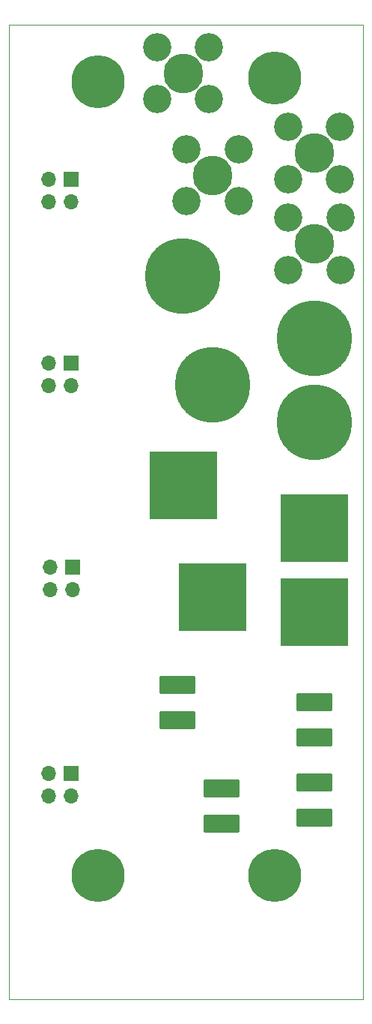
<source format=gbr>
%TF.GenerationSoftware,KiCad,Pcbnew,(6.0.11-0)*%
%TF.CreationDate,2024-06-01T13:31:22-07:00*%
%TF.ProjectId,SC_SQUID_biasBoard,53435f53-5155-4494-945f-62696173426f,v3D.0*%
%TF.SameCoordinates,Original*%
%TF.FileFunction,Soldermask,Bot*%
%TF.FilePolarity,Negative*%
%FSLAX46Y46*%
G04 Gerber Fmt 4.6, Leading zero omitted, Abs format (unit mm)*
G04 Created by KiCad (PCBNEW (6.0.11-0)) date 2024-06-01 13:31:22*
%MOMM*%
%LPD*%
G01*
G04 APERTURE LIST*
G04 Aperture macros list*
%AMRoundRect*
0 Rectangle with rounded corners*
0 $1 Rounding radius*
0 $2 $3 $4 $5 $6 $7 $8 $9 X,Y pos of 4 corners*
0 Add a 4 corners polygon primitive as box body*
4,1,4,$2,$3,$4,$5,$6,$7,$8,$9,$2,$3,0*
0 Add four circle primitives for the rounded corners*
1,1,$1+$1,$2,$3*
1,1,$1+$1,$4,$5*
1,1,$1+$1,$6,$7*
1,1,$1+$1,$8,$9*
0 Add four rect primitives between the rounded corners*
20,1,$1+$1,$2,$3,$4,$5,0*
20,1,$1+$1,$4,$5,$6,$7,0*
20,1,$1+$1,$6,$7,$8,$9,0*
20,1,$1+$1,$8,$9,$2,$3,0*%
G04 Aperture macros list end*
%TA.AperFunction,Profile*%
%ADD10C,0.100000*%
%TD*%
%ADD11RoundRect,0.100000X-1.900000X-0.900000X1.900000X-0.900000X1.900000X0.900000X-1.900000X0.900000X0*%
%ADD12C,8.500000*%
%ADD13C,4.500000*%
%ADD14C,3.200000*%
%ADD15R,2.540000X2.540000*%
%ADD16R,1.700000X1.700000*%
%ADD17O,1.700000X1.700000*%
%ADD18C,6.000000*%
G04 APERTURE END LIST*
D10*
X175000000Y-41000000D02*
X135000000Y-41000000D01*
X135000000Y-41000000D02*
X135000000Y-151000000D01*
X135000000Y-151000000D02*
X175000000Y-151000000D01*
X175000000Y-151000000D02*
X175000000Y-41000000D01*
D11*
%TO.C,J20*%
X169500000Y-117500000D03*
X169500000Y-121500000D03*
%TD*%
%TO.C,J19*%
X169500000Y-126500000D03*
X169500000Y-130500000D03*
%TD*%
D12*
%TO.C,J16*%
X169470000Y-85920000D03*
%TD*%
%TO.C,J15*%
X169470000Y-76420000D03*
%TD*%
D13*
%TO.C,J14*%
X169500000Y-65750000D03*
D14*
X166565000Y-68685000D03*
X172435000Y-62815000D03*
X172435000Y-68685000D03*
X166565000Y-62815000D03*
%TD*%
D13*
%TO.C,J13*%
X169475000Y-55500000D03*
D14*
X166540000Y-58435000D03*
X172410000Y-52565000D03*
X172410000Y-58435000D03*
X166540000Y-52565000D03*
%TD*%
D11*
%TO.C,J12*%
X159000000Y-131200000D03*
X159000000Y-127200000D03*
%TD*%
%TO.C,J11*%
X154000000Y-115500000D03*
X154000000Y-119500000D03*
%TD*%
D12*
%TO.C,J8*%
X157970000Y-81680000D03*
%TD*%
%TO.C,J7*%
X154645000Y-69420000D03*
%TD*%
D14*
%TO.C,J6*%
X155065000Y-55090000D03*
X160935000Y-60960000D03*
X160935000Y-55090000D03*
X155065000Y-60960000D03*
D13*
X158000000Y-58025000D03*
%TD*%
%TO.C,J5*%
X154675000Y-46500000D03*
D14*
X151740000Y-49435000D03*
X157610000Y-43565000D03*
X157610000Y-49435000D03*
X151740000Y-43565000D03*
%TD*%
D15*
%TO.C,J10*%
X160540000Y-108200000D03*
X160540000Y-105660000D03*
X155460000Y-103120000D03*
X155460000Y-108200000D03*
X158000000Y-105660000D03*
X158000000Y-103120000D03*
X160540000Y-103120000D03*
X158000000Y-108200000D03*
X155460000Y-105660000D03*
%TD*%
D16*
%TO.C,J3*%
X142140000Y-102250000D03*
D17*
X139600000Y-102250000D03*
X142140000Y-104790000D03*
X139600000Y-104790000D03*
%TD*%
D15*
%TO.C,J17*%
X169500000Y-95320000D03*
X169500000Y-97860000D03*
X172040000Y-100400000D03*
X169500000Y-100400000D03*
X172040000Y-95320000D03*
X166960000Y-95320000D03*
X166960000Y-97860000D03*
X172040000Y-97860000D03*
X166960000Y-100400000D03*
%TD*%
D16*
%TO.C,J2*%
X142000000Y-79250000D03*
D17*
X139460000Y-79250000D03*
X142000000Y-81790000D03*
X139460000Y-81790000D03*
%TD*%
D15*
%TO.C,J18*%
X169500000Y-104820000D03*
X166960000Y-107360000D03*
X172040000Y-104820000D03*
X169500000Y-107360000D03*
X166960000Y-109900000D03*
X169500000Y-109900000D03*
X172040000Y-109900000D03*
X166960000Y-104820000D03*
X172040000Y-107360000D03*
%TD*%
D16*
%TO.C,J1*%
X142000000Y-58500000D03*
D17*
X139460000Y-58500000D03*
X142000000Y-61040000D03*
X139460000Y-61040000D03*
%TD*%
D15*
%TO.C,J9*%
X152135000Y-93000000D03*
X154675000Y-90460000D03*
X157215000Y-90460000D03*
X157215000Y-95540000D03*
X154675000Y-95540000D03*
X157215000Y-93000000D03*
X152135000Y-90460000D03*
X152135000Y-95540000D03*
X154675000Y-93000000D03*
%TD*%
D16*
%TO.C,J4*%
X142000000Y-125500000D03*
D17*
X139460000Y-125500000D03*
X142000000Y-128040000D03*
X139460000Y-128040000D03*
%TD*%
D18*
%TO.C,H2*%
X145000000Y-47500000D03*
%TD*%
%TO.C,H4*%
X165000000Y-137050000D03*
%TD*%
%TO.C,H1*%
X145000000Y-137050000D03*
%TD*%
%TO.C,H3*%
X165000000Y-47050000D03*
%TD*%
M02*

</source>
